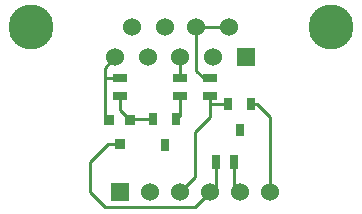
<source format=gtl>
G04 (created by PCBNEW (2013-may-18)-stable) date Fri 27 Mar 2015 08:27:45 PM IRDT*
%MOIN*%
G04 Gerber Fmt 3.4, Leading zero omitted, Abs format*
%FSLAX34Y34*%
G01*
G70*
G90*
G04 APERTURE LIST*
%ADD10C,0.00590551*%
%ADD11R,0.045X0.025*%
%ADD12R,0.025X0.045*%
%ADD13C,0.15*%
%ADD14R,0.06X0.06*%
%ADD15C,0.06*%
%ADD16R,0.0315X0.0394*%
%ADD17R,0.036X0.036*%
%ADD18C,0.01*%
G04 APERTURE END LIST*
G54D10*
G54D11*
X65500Y-58200D03*
X65500Y-58800D03*
G54D12*
X66700Y-61000D03*
X67300Y-61000D03*
G54D11*
X63500Y-58200D03*
X63500Y-58800D03*
X66500Y-58200D03*
X66500Y-58800D03*
G54D13*
X70550Y-56500D03*
X60550Y-56500D03*
G54D14*
X67700Y-57500D03*
G54D15*
X66600Y-57500D03*
X65500Y-57500D03*
X64450Y-57500D03*
X63350Y-57500D03*
X63900Y-56500D03*
X65000Y-56500D03*
X66050Y-56500D03*
X67150Y-56500D03*
G54D16*
X65000Y-60433D03*
X64625Y-59567D03*
X65375Y-59567D03*
X67500Y-59933D03*
X67125Y-59067D03*
X67875Y-59067D03*
G54D17*
X63150Y-59600D03*
X63850Y-59600D03*
X63500Y-60400D03*
G54D14*
X63500Y-62000D03*
G54D15*
X64500Y-62000D03*
X65500Y-62000D03*
X66500Y-62000D03*
X67500Y-62000D03*
X68500Y-62000D03*
G54D18*
X63000Y-57850D02*
X63350Y-57500D01*
X63000Y-58000D02*
X63000Y-57850D01*
X63000Y-59450D02*
X63150Y-59600D01*
X63000Y-58000D02*
X63000Y-59450D01*
X67875Y-59067D02*
X68067Y-59067D01*
X68500Y-59500D02*
X68500Y-62000D01*
X68067Y-59067D02*
X68500Y-59500D01*
X63500Y-58200D02*
X63000Y-58200D01*
X63000Y-58200D02*
X63000Y-58000D01*
X66050Y-56500D02*
X67150Y-56500D01*
X66050Y-56500D02*
X66050Y-57950D01*
X66300Y-58200D02*
X66500Y-58200D01*
X66050Y-57950D02*
X66300Y-58200D01*
X63500Y-58800D02*
X63500Y-59250D01*
X63500Y-59250D02*
X63850Y-59600D01*
X64625Y-59567D02*
X63883Y-59567D01*
X63883Y-59567D02*
X63850Y-59600D01*
X65500Y-58200D02*
X65500Y-57500D01*
X65500Y-58800D02*
X65500Y-59442D01*
X65500Y-59442D02*
X65375Y-59567D01*
X66500Y-62000D02*
X66000Y-62500D01*
X63100Y-60400D02*
X63500Y-60400D01*
X62500Y-61000D02*
X63100Y-60400D01*
X62500Y-62000D02*
X62500Y-61000D01*
X63000Y-62500D02*
X62500Y-62000D01*
X66000Y-62500D02*
X63000Y-62500D01*
X66700Y-61000D02*
X66700Y-61800D01*
X66700Y-61800D02*
X66500Y-62000D01*
X67125Y-59067D02*
X66500Y-59067D01*
X66500Y-59067D02*
X66500Y-59000D01*
X66500Y-58800D02*
X66500Y-59000D01*
X66500Y-59000D02*
X66500Y-59500D01*
X66000Y-61500D02*
X65500Y-62000D01*
X66000Y-60000D02*
X66000Y-61500D01*
X66500Y-59500D02*
X66000Y-60000D01*
X67300Y-61000D02*
X67300Y-61800D01*
X67300Y-61800D02*
X67500Y-62000D01*
M02*

</source>
